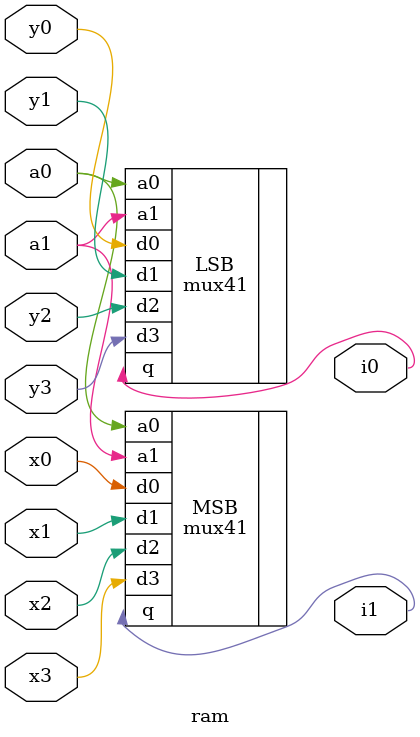
<source format=v>
module ram (
	input  a1,
	input a0,
	input x3, //MSB of data at 11
	input x2, //MSB of data at 10
	input x1, //MSB of data at 01
	input x0, //MSB of data at 00
	input y3, //LSB of data at 11
	input y2, //LSB of data at 10
	input y1, //LSB of data at 01
	input y0, //LSB of data at 00

	output i1, //MSB of data from RAM being accessed
	output i0  //LSB of data from RAM being accessed
);

mux41 MSB (
	.a1(a1),
	.a0(a0),
	.d3(x3),
	.d2(x2),
	.d1(x1),
	.d0(x0),
	
	.q (i1)
);

mux41 LSB (
	.a1(a1),
	.a0(a0),
	.d3(y3),
	.d2(y2),
	.d1(y1),
	.d0(y0),
	
	.q (i0)
);


endmodule
</source>
